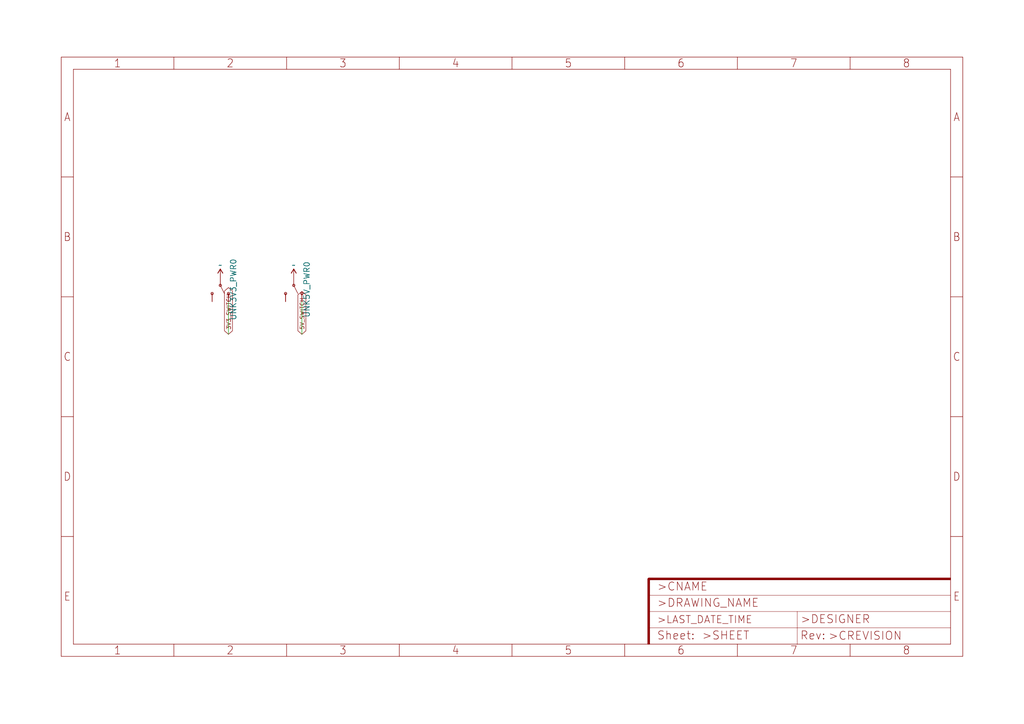
<source format=kicad_sch>
(kicad_sch (version 20211123) (generator eeschema)
  (paper "User" 318.77 225.501)
  (lib_symbols
    (symbol "layer3-eagle-import:3.3V" (power)
      (property "Value" "3.3V" (at 0 2.794 0))
      (symbol "3.3V_1_0"
        (polyline (pts (xy 0 2.54) (xy -0.762 1.27)) (stroke (width 0.254)))
        (polyline (pts (xy 0.762 1.27) (xy 0 2.54)) (stroke (width 0.254)))
        (pin power_in line (at 0 0 90) (length 2.54) (name "3.3V") (number "1"))
      )
    )
    (symbol "layer3-eagle-import:5V" (power)
      (property "Value" "5V" (at 0 2.794 0))
      (symbol "5V_1_0"
        (polyline (pts (xy 0 2.54) (xy -0.762 1.27)) (stroke (width 0.254)))
        (polyline (pts (xy 0.762 1.27) (xy 0 2.54)) (stroke (width 0.254)))
        (pin power_in line (at 0 0 90) (length 2.54) (name "5V") (number "1"))
      )
    )
    (symbol "layer3-eagle-import:FRAME-A4L"
      (symbol "FRAME-A4L_0_0"
        (polyline (pts (xy -3.81 33.528) (xy 0 33.528)))
        (polyline (pts (xy -3.81 70.866) (xy 0 70.866)))
        (polyline (pts (xy -3.81 108.204) (xy 0 108.204)))
        (polyline (pts (xy -3.81 145.542) (xy 0 145.542)))
        (polyline (pts (xy 0 0) (xy 0 179.07)))
        (polyline (pts (xy 31.2738 -3.81) (xy 31.2738 0)))
        (polyline (pts (xy 31.2738 179.07) (xy 31.2738 182.88)))
        (polyline (pts (xy 66.3575 -3.81) (xy 66.3575 0)))
        (polyline (pts (xy 66.3575 179.07) (xy 66.3575 182.88)))
        (polyline (pts (xy 101.4413 -3.81) (xy 101.4413 0)))
        (polyline (pts (xy 101.4413 179.07) (xy 101.4413 182.88)))
        (polyline (pts (xy 136.525 -3.81) (xy 136.525 0)))
        (polyline (pts (xy 136.525 179.07) (xy 136.525 182.88)))
        (polyline (pts (xy 171.6088 -3.81) (xy 171.6088 0)))
        (polyline (pts (xy 171.6088 179.07) (xy 171.6088 182.88)))
        (polyline (pts (xy 206.6925 -3.81) (xy 206.6925 0)))
        (polyline (pts (xy 206.6925 179.07) (xy 206.6925 182.88)))
        (polyline (pts (xy 241.7763 -3.81) (xy 241.7763 0)))
        (polyline (pts (xy 241.7763 179.07) (xy 241.7763 182.88)))
        (polyline (pts (xy 273.05 0) (xy 0 0)))
        (polyline (pts (xy 273.05 0) (xy 273.05 179.07)))
        (polyline (pts (xy 273.05 33.528) (xy 276.86 33.528)))
        (polyline (pts (xy 273.05 70.866) (xy 276.86 70.866)))
        (polyline (pts (xy 273.05 108.204) (xy 276.86 108.204)))
        (polyline (pts (xy 273.05 145.542) (xy 276.86 145.542)))
        (polyline (pts (xy 273.05 179.07) (xy 0 179.07)))
        (polyline (pts (xy -3.81 -3.81) (xy 276.86 -3.81) (xy 276.86 182.88) (xy -3.81 182.88) (xy -3.81 -3.81)))
        (text "1" (at 13.7319 -1.905 0) (effects (font (size 2.54 2.286))))
        (text "1" (at 13.7319 180.975 0) (effects (font (size 2.54 2.286))))
        (text "2" (at 48.8156 -1.905 0) (effects (font (size 2.54 2.286))))
        (text "2" (at 48.8156 180.975 0) (effects (font (size 2.54 2.286))))
        (text "3" (at 83.8994 -1.905 0) (effects (font (size 2.54 2.286))))
        (text "3" (at 83.8994 180.975 0) (effects (font (size 2.54 2.286))))
        (text "4" (at 118.9831 -1.905 0) (effects (font (size 2.54 2.286))))
        (text "4" (at 118.9831 180.975 0) (effects (font (size 2.54 2.286))))
        (text "5" (at 154.0669 -1.905 0) (effects (font (size 2.54 2.286))))
        (text "5" (at 154.0669 180.975 0) (effects (font (size 2.54 2.286))))
        (text "6" (at 189.1506 -1.905 0) (effects (font (size 2.54 2.286))))
        (text "6" (at 189.1506 180.975 0) (effects (font (size 2.54 2.286))))
        (text "7" (at 224.2344 -1.905 0) (effects (font (size 2.54 2.286))))
        (text "7" (at 224.2344 180.975 0) (effects (font (size 2.54 2.286))))
        (text "8" (at 259.3181 -1.905 0) (effects (font (size 2.54 2.286))))
        (text "8" (at 259.3181 180.975 0) (effects (font (size 2.54 2.286))))
        (text "A" (at -1.905 164.211 0) (effects (font (size 2.54 2.286))))
        (text "A" (at 274.955 164.211 0) (effects (font (size 2.54 2.286))))
        (text "B" (at -1.905 126.873 0) (effects (font (size 2.54 2.286))))
        (text "B" (at 274.955 126.873 0) (effects (font (size 2.54 2.286))))
        (text "C" (at -1.905 89.535 0) (effects (font (size 2.54 2.286))))
        (text "C" (at 274.955 89.535 0) (effects (font (size 2.54 2.286))))
        (text "D" (at -1.905 52.197 0) (effects (font (size 2.54 2.286))))
        (text "D" (at 274.955 52.197 0) (effects (font (size 2.54 2.286))))
        (text "E" (at -1.905 14.859 0) (effects (font (size 2.54 2.286))))
        (text "E" (at 274.955 14.859 0) (effects (font (size 2.54 2.286))))
      )
      (symbol "FRAME-A4L_1_0"
        (polyline (pts (xy 179.07 10.16) (xy 225.29 10.16)) (stroke (width 0.1016)))
        (polyline (pts (xy 179.07 15.24) (xy 273.05 15.24)) (stroke (width 0.1016)))
        (polyline (pts (xy 179.07 19.05) (xy 179.07 20.32)) (stroke (width 0.6096)))
        (polyline (pts (xy 179.07 20.32) (xy 180.34 20.32)) (stroke (width 0.6096)))
        (polyline (pts (xy 225.29 -0.1) (xy 225.29 5.08)) (stroke (width 0.1016)))
        (polyline (pts (xy 225.29 5.08) (xy 179.07 5.08)) (stroke (width 0.1016)))
        (polyline (pts (xy 225.29 5.08) (xy 225.29 10.16)) (stroke (width 0.1016)))
        (polyline (pts (xy 225.29 5.08) (xy 273.05 5.08)) (stroke (width 0.1016)))
        (polyline (pts (xy 225.29 10.16) (xy 273.05 10.16)) (stroke (width 0.1016)))
        (rectangle (start 178.7652 0) (end 179.3748 20.32) (fill (type outline)))
        (rectangle (start 179.07 20.6248) (end 273.05 20.0152) (fill (type outline)))
        (text ">CNAME" (at 181.61 16.51 0) (effects (font (size 2.54 2.54)) (justify left bottom)))
        (text ">CREVISION" (at 234.92 1.17 0) (effects (font (size 2.54 2.54)) (justify left bottom)))
        (text ">DESIGNER" (at 226.26 6.35 0) (effects (font (size 2.54 2.54)) (justify left bottom)))
        (text ">DRAWING_NAME" (at 181.61 11.43 0) (effects (font (size 2.54 2.54)) (justify left bottom)))
        (text ">LAST_DATE_TIME" (at 181.61 6.35 0) (effects (font (size 2.286 2.286)) (justify left bottom)))
        (text ">SHEET" (at 195.58 1.27 0) (effects (font (size 2.54 2.54)) (justify left bottom)))
        (text "Rev:" (at 226.16 1.27 0) (effects (font (size 2.54 2.54)) (justify left bottom)))
        (text "Sheet:" (at 181.61 1.27 0) (effects (font (size 2.54 2.54)) (justify left bottom)))
      )
    )
    (symbol "layer3-eagle-import:SWITCH-SPDT-PTH-11.6X4.0MM-LOCK"
      (property "Reference" "S" (at 1.27 3.048 0))
      (property "Value" "SWITCH-SPDT-PTH-11.6X4.0MM-LOCK" (at 1.016 -3.302 0))
      (symbol "SWITCH-SPDT-PTH-11.6X4.0MM-LOCK_1_0"
        (polyline (pts (xy 0 0) (xy 2.54 1.27)) (stroke (width 0.1524)))
        (polyline (pts (xy 2.54 -2.54) (xy 3.175 -2.54)) (stroke (width 0.127)))
        (polyline (pts (xy 2.54 2.54) (xy 3.175 2.54)) (stroke (width 0.1524)))
        (circle (center 0 0) (radius 0.3592) (stroke (width 0.2032)))
        (circle (center 2.54 -2.54) (radius 0.3592) (stroke (width 0.2032)))
        (circle (center 2.54 2.54) (radius 0.3592) (stroke (width 0.2032)))
        (pin passive line (at 5.08 2.54 180) (length 2.54) (name "O") (number "1"))
        (pin passive line (at -2.54 0 0) (length 2.54) (name "P") (number "2"))
        (pin passive line (at 5.08 -2.54 180) (length 2.54) (name "S") (number "3"))
      )
    )
  )
  (wire (pts (xy 93.98 93.98) (xy 93.98 104.14)))
  (wire (pts (xy 71.12 93.98) (xy 71.12 104.14)))
  (global_label "5V_SWITCH" (shape bidirectional) (at 93.98 104.14 90) (effects (font (size 1.2446 1.2446))) (property "Intersheet References" "${INTERSHEET_REFS}" (effects hide)))
  (global_label "3V3_SWITCH" (shape bidirectional) (at 71.12 104.14 90) (effects (font (size 1.2446 1.2446))) (property "Intersheet References" "${INTERSHEET_REFS}" (effects hide)))
  (symbol (lib_id "layer3-eagle-import:SWITCH-SPDT-PTH-11.6X4.0MM-LOCK") (at 68.58 88.9 270) (unit 1)
    (property "Reference" "UNK3V3_PWR0" (at 71.628 90.17 0) (effects (font (size 1.778 1.778)) (justify bottom)))
  )
  (symbol (lib_id "layer3-eagle-import:5V") (at 91.44 86.36 0) (unit 1)
    (property "Reference" "#SUPPLY34" (effects hide))
  )
  (symbol (lib_id "layer3-eagle-import:SWITCH-SPDT-PTH-11.6X4.0MM-LOCK") (at 91.44 88.9 270) (unit 1)
    (property "Reference" "UNK5V_PWR0" (at 94.488 90.17 0) (effects (font (size 1.778 1.778)) (justify bottom)))
  )
  (symbol (lib_id "layer3-eagle-import:3.3V") (at 68.58 86.36 0) (unit 1)
    (property "Reference" "#SUPPLY33" (effects hide))
  )
  (symbol (lib_id "layer3-eagle-import:FRAME-A4L") (at 22.86 200.66 0) (unit 1)
    (property "Reference" "#FRAME1" (effects hide))
  )
)
</source>
